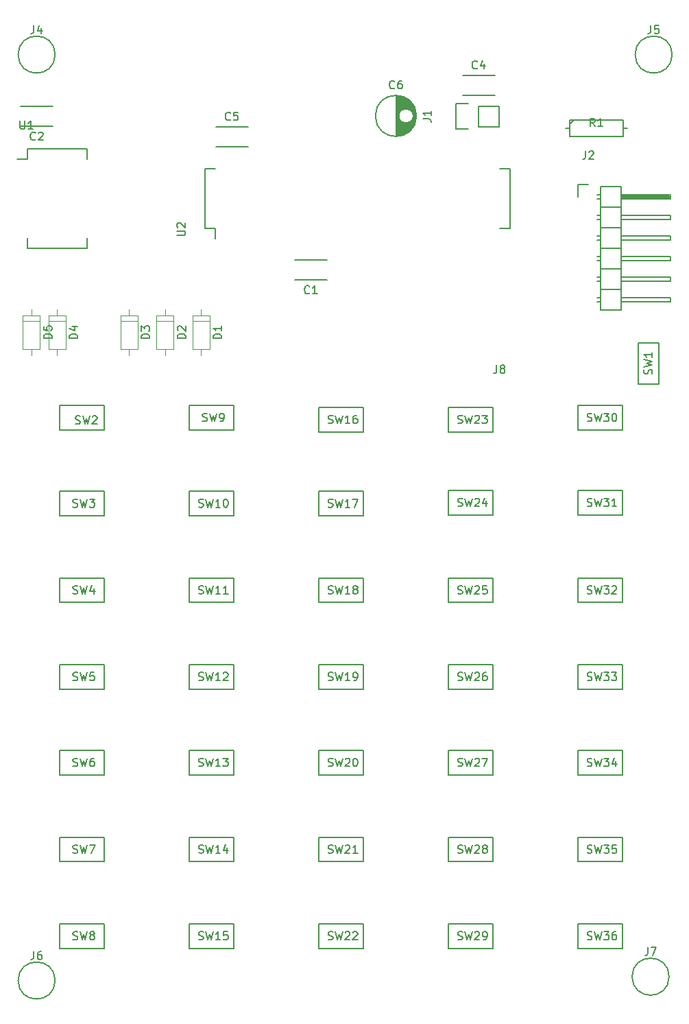
<source format=gbr>
G04 #@! TF.GenerationSoftware,KiCad,Pcbnew,(5.1.5)-3*
G04 #@! TF.CreationDate,2020-01-14T15:58:57+01:00*
G04 #@! TF.ProjectId,calculatrice,63616c63-756c-4617-9472-6963652e6b69,rev?*
G04 #@! TF.SameCoordinates,Original*
G04 #@! TF.FileFunction,Legend,Top*
G04 #@! TF.FilePolarity,Positive*
%FSLAX46Y46*%
G04 Gerber Fmt 4.6, Leading zero omitted, Abs format (unit mm)*
G04 Created by KiCad (PCBNEW (5.1.5)-3) date 2020-01-14 15:58:57*
%MOMM*%
%LPD*%
G04 APERTURE LIST*
%ADD10C,0.150000*%
%ADD11C,0.120000*%
G04 APERTURE END LIST*
D10*
X57785000Y-9525000D02*
X60325000Y-9525000D01*
X54965000Y-9245000D02*
X56515000Y-9245000D01*
X57785000Y-9525000D02*
X57785000Y-12065000D01*
X56515000Y-12345000D02*
X54965000Y-12345000D01*
X54965000Y-12345000D02*
X54965000Y-9245000D01*
X57785000Y-12065000D02*
X60325000Y-12065000D01*
X60325000Y-12065000D02*
X60325000Y-9525000D01*
X24000000Y-24610000D02*
X25270000Y-24610000D01*
X24000000Y-17260000D02*
X25270000Y-17260000D01*
X61610000Y-17260000D02*
X60340000Y-17260000D01*
X61610000Y-24610000D02*
X60340000Y-24610000D01*
X24000000Y-24610000D02*
X24000000Y-17260000D01*
X61610000Y-24610000D02*
X61610000Y-17260000D01*
X25270000Y-24610000D02*
X25270000Y-25895000D01*
X55765000Y-8235000D02*
X59765000Y-8235000D01*
X55765000Y-5735000D02*
X59765000Y-5735000D01*
X5461000Y-117475000D02*
G75*
G03X5461000Y-117475000I-2286000J0D01*
G01*
X80010000Y-38735000D02*
X77470000Y-38735000D01*
X77470000Y-43815000D02*
X80010000Y-43815000D01*
X80010000Y-38735000D02*
X80010000Y-43815000D01*
X77470000Y-38735000D02*
X77470000Y-43815000D01*
X2040000Y-14850000D02*
X2040000Y-16120000D01*
X9390000Y-14850000D02*
X9390000Y-16120000D01*
X9390000Y-27060000D02*
X9390000Y-25790000D01*
X2040000Y-27060000D02*
X2040000Y-25790000D01*
X2040000Y-14850000D02*
X9390000Y-14850000D01*
X2040000Y-27060000D02*
X9390000Y-27060000D01*
X2040000Y-16120000D02*
X755000Y-16120000D01*
X39045000Y-30995000D02*
X35045000Y-30995000D01*
X39045000Y-28495000D02*
X35045000Y-28495000D01*
X5195000Y-9545000D02*
X1195000Y-9545000D01*
X5195000Y-12045000D02*
X1195000Y-12045000D01*
X25285000Y-12085000D02*
X29285000Y-12085000D01*
X25285000Y-14585000D02*
X29285000Y-14585000D01*
X47620000Y-8246000D02*
X47620000Y-13244000D01*
X47760000Y-8254000D02*
X47760000Y-13236000D01*
X47900000Y-8270000D02*
X47900000Y-10650000D01*
X47900000Y-10840000D02*
X47900000Y-13220000D01*
X48040000Y-8294000D02*
X48040000Y-10255000D01*
X48040000Y-11235000D02*
X48040000Y-13196000D01*
X48180000Y-8327000D02*
X48180000Y-10088000D01*
X48180000Y-11402000D02*
X48180000Y-13163000D01*
X48320000Y-8368000D02*
X48320000Y-9981000D01*
X48320000Y-11509000D02*
X48320000Y-13122000D01*
X48460000Y-8418000D02*
X48460000Y-9910000D01*
X48460000Y-11580000D02*
X48460000Y-13072000D01*
X48600000Y-8479000D02*
X48600000Y-9866000D01*
X48600000Y-11624000D02*
X48600000Y-13011000D01*
X48740000Y-8549000D02*
X48740000Y-9847000D01*
X48740000Y-11643000D02*
X48740000Y-12941000D01*
X48880000Y-8631000D02*
X48880000Y-9849000D01*
X48880000Y-11641000D02*
X48880000Y-12859000D01*
X49020000Y-8726000D02*
X49020000Y-9874000D01*
X49020000Y-11616000D02*
X49020000Y-12764000D01*
X49160000Y-8837000D02*
X49160000Y-9922000D01*
X49160000Y-11568000D02*
X49160000Y-12653000D01*
X49300000Y-8965000D02*
X49300000Y-10000000D01*
X49300000Y-11490000D02*
X49300000Y-12525000D01*
X49440000Y-9114000D02*
X49440000Y-10117000D01*
X49440000Y-11373000D02*
X49440000Y-12376000D01*
X49580000Y-9293000D02*
X49580000Y-10305000D01*
X49580000Y-11185000D02*
X49580000Y-12197000D01*
X49720000Y-9512000D02*
X49720000Y-11978000D01*
X49860000Y-9801000D02*
X49860000Y-11689000D01*
X50000000Y-10273000D02*
X50000000Y-11217000D01*
X49695000Y-10745000D02*
G75*
G03X49695000Y-10745000I-900000J0D01*
G01*
X50082500Y-10745000D02*
G75*
G03X50082500Y-10745000I-2537500J0D01*
G01*
X69995000Y-19195000D02*
X69995000Y-20745000D01*
X71295000Y-19195000D02*
X69995000Y-19195000D01*
X75486000Y-20618000D02*
X81328000Y-20618000D01*
X81328000Y-20618000D02*
X81328000Y-20872000D01*
X81328000Y-20872000D02*
X75486000Y-20872000D01*
X75486000Y-20872000D02*
X75486000Y-20745000D01*
X75486000Y-20745000D02*
X81328000Y-20745000D01*
X72819000Y-20491000D02*
X72438000Y-20491000D01*
X72819000Y-20999000D02*
X72438000Y-20999000D01*
X72819000Y-23031000D02*
X72438000Y-23031000D01*
X72819000Y-23539000D02*
X72438000Y-23539000D01*
X72819000Y-25571000D02*
X72438000Y-25571000D01*
X72819000Y-26079000D02*
X72438000Y-26079000D01*
X72819000Y-33699000D02*
X72438000Y-33699000D01*
X72819000Y-33191000D02*
X72438000Y-33191000D01*
X72819000Y-31159000D02*
X72438000Y-31159000D01*
X72819000Y-30651000D02*
X72438000Y-30651000D01*
X72819000Y-28619000D02*
X72438000Y-28619000D01*
X72819000Y-28111000D02*
X72438000Y-28111000D01*
X72819000Y-19475000D02*
X75359000Y-19475000D01*
X72819000Y-22015000D02*
X75359000Y-22015000D01*
X72819000Y-22015000D02*
X72819000Y-24555000D01*
X72819000Y-24555000D02*
X75359000Y-24555000D01*
X75359000Y-23031000D02*
X81455000Y-23031000D01*
X81455000Y-23031000D02*
X81455000Y-23539000D01*
X81455000Y-23539000D02*
X75359000Y-23539000D01*
X75359000Y-24555000D02*
X75359000Y-22015000D01*
X75359000Y-22015000D02*
X75359000Y-19475000D01*
X81455000Y-20999000D02*
X75359000Y-20999000D01*
X81455000Y-20491000D02*
X81455000Y-20999000D01*
X75359000Y-20491000D02*
X81455000Y-20491000D01*
X72819000Y-22015000D02*
X75359000Y-22015000D01*
X72819000Y-19475000D02*
X72819000Y-22015000D01*
X72819000Y-29635000D02*
X75359000Y-29635000D01*
X72819000Y-29635000D02*
X72819000Y-32175000D01*
X72819000Y-32175000D02*
X75359000Y-32175000D01*
X75359000Y-30651000D02*
X81455000Y-30651000D01*
X81455000Y-30651000D02*
X81455000Y-31159000D01*
X81455000Y-31159000D02*
X75359000Y-31159000D01*
X75359000Y-32175000D02*
X75359000Y-29635000D01*
X75359000Y-34715000D02*
X75359000Y-32175000D01*
X81455000Y-33699000D02*
X75359000Y-33699000D01*
X81455000Y-33191000D02*
X81455000Y-33699000D01*
X75359000Y-33191000D02*
X81455000Y-33191000D01*
X72819000Y-34715000D02*
X75359000Y-34715000D01*
X72819000Y-32175000D02*
X72819000Y-34715000D01*
X72819000Y-32175000D02*
X75359000Y-32175000D01*
X72819000Y-27095000D02*
X75359000Y-27095000D01*
X72819000Y-27095000D02*
X72819000Y-29635000D01*
X72819000Y-29635000D02*
X75359000Y-29635000D01*
X75359000Y-28111000D02*
X81455000Y-28111000D01*
X81455000Y-28111000D02*
X81455000Y-28619000D01*
X81455000Y-28619000D02*
X75359000Y-28619000D01*
X75359000Y-29635000D02*
X75359000Y-27095000D01*
X75359000Y-27095000D02*
X75359000Y-24555000D01*
X81455000Y-26079000D02*
X75359000Y-26079000D01*
X81455000Y-25571000D02*
X81455000Y-26079000D01*
X75359000Y-25571000D02*
X81455000Y-25571000D01*
X72819000Y-27095000D02*
X75359000Y-27095000D01*
X72819000Y-24555000D02*
X72819000Y-27095000D01*
X72819000Y-24555000D02*
X75359000Y-24555000D01*
X68475000Y-12241000D02*
X68983000Y-12241000D01*
X76095000Y-12241000D02*
X75587000Y-12241000D01*
X75587000Y-12241000D02*
X75587000Y-11225000D01*
X75587000Y-11225000D02*
X68983000Y-11225000D01*
X68983000Y-11225000D02*
X68983000Y-13257000D01*
X68983000Y-13257000D02*
X75587000Y-13257000D01*
X75587000Y-13257000D02*
X75587000Y-12241000D01*
X68983000Y-11733000D02*
X69491000Y-11225000D01*
X5461000Y-3175000D02*
G75*
G03X5461000Y-3175000I-2286000J0D01*
G01*
X81661000Y-3175000D02*
G75*
G03X81661000Y-3175000I-2286000J0D01*
G01*
X81286000Y-117000000D02*
G75*
G03X81286000Y-117000000I-2286000J0D01*
G01*
X6000000Y-48000000D02*
X6000000Y-46500000D01*
X6000000Y-46500000D02*
X11500000Y-46500000D01*
X11500000Y-46500000D02*
X11500000Y-49500000D01*
X11500000Y-49500000D02*
X6000000Y-49500000D01*
X6000000Y-49500000D02*
X6000000Y-48000000D01*
X6000000Y-60100000D02*
X6000000Y-58600000D01*
X11500000Y-60100000D02*
X6000000Y-60100000D01*
X11500000Y-57100000D02*
X11500000Y-60100000D01*
X6000000Y-57100000D02*
X11500000Y-57100000D01*
X6000000Y-58600000D02*
X6000000Y-57100000D01*
X6000000Y-69300000D02*
X6000000Y-67800000D01*
X6000000Y-67800000D02*
X11500000Y-67800000D01*
X11500000Y-67800000D02*
X11500000Y-70800000D01*
X11500000Y-70800000D02*
X6000000Y-70800000D01*
X6000000Y-70800000D02*
X6000000Y-69300000D01*
X6000000Y-81500000D02*
X6000000Y-80000000D01*
X11500000Y-81500000D02*
X6000000Y-81500000D01*
X11500000Y-78500000D02*
X11500000Y-81500000D01*
X6000000Y-78500000D02*
X11500000Y-78500000D01*
X6000000Y-80000000D02*
X6000000Y-78500000D01*
X6000000Y-92100000D02*
X6000000Y-90600000D01*
X11500000Y-92100000D02*
X6000000Y-92100000D01*
X11500000Y-89100000D02*
X11500000Y-92100000D01*
X6000000Y-89100000D02*
X11500000Y-89100000D01*
X6000000Y-90600000D02*
X6000000Y-89100000D01*
X6000000Y-101300000D02*
X6000000Y-99800000D01*
X6000000Y-99800000D02*
X11500000Y-99800000D01*
X11500000Y-99800000D02*
X11500000Y-102800000D01*
X11500000Y-102800000D02*
X6000000Y-102800000D01*
X6000000Y-102800000D02*
X6000000Y-101300000D01*
X6000000Y-112000000D02*
X6000000Y-110500000D01*
X6000000Y-110500000D02*
X11500000Y-110500000D01*
X11500000Y-110500000D02*
X11500000Y-113500000D01*
X11500000Y-113500000D02*
X6000000Y-113500000D01*
X6000000Y-113500000D02*
X6000000Y-112000000D01*
X22000000Y-49500000D02*
X22000000Y-48000000D01*
X27500000Y-49500000D02*
X22000000Y-49500000D01*
X27500000Y-46500000D02*
X27500000Y-49500000D01*
X22000000Y-46500000D02*
X27500000Y-46500000D01*
X22000000Y-48000000D02*
X22000000Y-46500000D01*
X22000000Y-58600000D02*
X22000000Y-57100000D01*
X22000000Y-57100000D02*
X27500000Y-57100000D01*
X27500000Y-57100000D02*
X27500000Y-60100000D01*
X27500000Y-60100000D02*
X22000000Y-60100000D01*
X22000000Y-60100000D02*
X22000000Y-58600000D01*
X22000000Y-70800000D02*
X22000000Y-69300000D01*
X27500000Y-70800000D02*
X22000000Y-70800000D01*
X27500000Y-67800000D02*
X27500000Y-70800000D01*
X22000000Y-67800000D02*
X27500000Y-67800000D01*
X22000000Y-69300000D02*
X22000000Y-67800000D01*
X22000000Y-80000000D02*
X22000000Y-78500000D01*
X22000000Y-78500000D02*
X27500000Y-78500000D01*
X27500000Y-78500000D02*
X27500000Y-81500000D01*
X27500000Y-81500000D02*
X22000000Y-81500000D01*
X22000000Y-81500000D02*
X22000000Y-80000000D01*
X22000000Y-90600000D02*
X22000000Y-89100000D01*
X22000000Y-89100000D02*
X27500000Y-89100000D01*
X27500000Y-89100000D02*
X27500000Y-92100000D01*
X27500000Y-92100000D02*
X22000000Y-92100000D01*
X22000000Y-92100000D02*
X22000000Y-90600000D01*
X22000000Y-102800000D02*
X22000000Y-101300000D01*
X27500000Y-102800000D02*
X22000000Y-102800000D01*
X27500000Y-99800000D02*
X27500000Y-102800000D01*
X22000000Y-99800000D02*
X27500000Y-99800000D01*
X22000000Y-101300000D02*
X22000000Y-99800000D01*
X22000000Y-113500000D02*
X22000000Y-112000000D01*
X27500000Y-113500000D02*
X22000000Y-113500000D01*
X27500000Y-110500000D02*
X27500000Y-113500000D01*
X22000000Y-110500000D02*
X27500000Y-110500000D01*
X22000000Y-112000000D02*
X22000000Y-110500000D01*
X38000000Y-48260000D02*
X38000000Y-46760000D01*
X38000000Y-46760000D02*
X43500000Y-46760000D01*
X43500000Y-46760000D02*
X43500000Y-49760000D01*
X43500000Y-49760000D02*
X38000000Y-49760000D01*
X38000000Y-49760000D02*
X38000000Y-48260000D01*
X38000000Y-60100000D02*
X38000000Y-58600000D01*
X43500000Y-60100000D02*
X38000000Y-60100000D01*
X43500000Y-57100000D02*
X43500000Y-60100000D01*
X38000000Y-57100000D02*
X43500000Y-57100000D01*
X38000000Y-58600000D02*
X38000000Y-57100000D01*
X38000000Y-69300000D02*
X38000000Y-67800000D01*
X38000000Y-67800000D02*
X43500000Y-67800000D01*
X43500000Y-67800000D02*
X43500000Y-70800000D01*
X43500000Y-70800000D02*
X38000000Y-70800000D01*
X38000000Y-70800000D02*
X38000000Y-69300000D01*
X38000000Y-81500000D02*
X38000000Y-80000000D01*
X43500000Y-81500000D02*
X38000000Y-81500000D01*
X43500000Y-78500000D02*
X43500000Y-81500000D01*
X38000000Y-78500000D02*
X43500000Y-78500000D01*
X38000000Y-80000000D02*
X38000000Y-78500000D01*
X38000000Y-92100000D02*
X38000000Y-90600000D01*
X43500000Y-92100000D02*
X38000000Y-92100000D01*
X43500000Y-89100000D02*
X43500000Y-92100000D01*
X38000000Y-89100000D02*
X43500000Y-89100000D01*
X38000000Y-90600000D02*
X38000000Y-89100000D01*
X38000000Y-102800000D02*
X38000000Y-101300000D01*
X43500000Y-102800000D02*
X38000000Y-102800000D01*
X43500000Y-99800000D02*
X43500000Y-102800000D01*
X38000000Y-99800000D02*
X43500000Y-99800000D01*
X38000000Y-101300000D02*
X38000000Y-99800000D01*
X38000000Y-112000000D02*
X38000000Y-110500000D01*
X38000000Y-110500000D02*
X43500000Y-110500000D01*
X43500000Y-110500000D02*
X43500000Y-113500000D01*
X43500000Y-113500000D02*
X38000000Y-113500000D01*
X38000000Y-113500000D02*
X38000000Y-112000000D01*
X54000000Y-49760000D02*
X54000000Y-48260000D01*
X59500000Y-49760000D02*
X54000000Y-49760000D01*
X59500000Y-46760000D02*
X59500000Y-49760000D01*
X54000000Y-46760000D02*
X59500000Y-46760000D01*
X54000000Y-48260000D02*
X54000000Y-46760000D01*
X54000000Y-58500000D02*
X54000000Y-57000000D01*
X54000000Y-57000000D02*
X59500000Y-57000000D01*
X59500000Y-57000000D02*
X59500000Y-60000000D01*
X59500000Y-60000000D02*
X54000000Y-60000000D01*
X54000000Y-60000000D02*
X54000000Y-58500000D01*
X54000000Y-70800000D02*
X54000000Y-69300000D01*
X59500000Y-70800000D02*
X54000000Y-70800000D01*
X59500000Y-67800000D02*
X59500000Y-70800000D01*
X54000000Y-67800000D02*
X59500000Y-67800000D01*
X54000000Y-69300000D02*
X54000000Y-67800000D01*
X54000000Y-80000000D02*
X54000000Y-78500000D01*
X54000000Y-78500000D02*
X59500000Y-78500000D01*
X59500000Y-78500000D02*
X59500000Y-81500000D01*
X59500000Y-81500000D02*
X54000000Y-81500000D01*
X54000000Y-81500000D02*
X54000000Y-80000000D01*
X54000000Y-90600000D02*
X54000000Y-89100000D01*
X54000000Y-89100000D02*
X59500000Y-89100000D01*
X59500000Y-89100000D02*
X59500000Y-92100000D01*
X59500000Y-92100000D02*
X54000000Y-92100000D01*
X54000000Y-92100000D02*
X54000000Y-90600000D01*
X54000000Y-101300000D02*
X54000000Y-99800000D01*
X54000000Y-99800000D02*
X59500000Y-99800000D01*
X59500000Y-99800000D02*
X59500000Y-102800000D01*
X59500000Y-102800000D02*
X54000000Y-102800000D01*
X54000000Y-102800000D02*
X54000000Y-101300000D01*
X54000000Y-113500000D02*
X54000000Y-112000000D01*
X59500000Y-113500000D02*
X54000000Y-113500000D01*
X59500000Y-110500000D02*
X59500000Y-113500000D01*
X54000000Y-110500000D02*
X59500000Y-110500000D01*
X54000000Y-112000000D02*
X54000000Y-110500000D01*
X70000000Y-48000000D02*
X70000000Y-46500000D01*
X70000000Y-46500000D02*
X75500000Y-46500000D01*
X75500000Y-46500000D02*
X75500000Y-49500000D01*
X75500000Y-49500000D02*
X70000000Y-49500000D01*
X70000000Y-49500000D02*
X70000000Y-48000000D01*
X70000000Y-60000000D02*
X70000000Y-58500000D01*
X75500000Y-60000000D02*
X70000000Y-60000000D01*
X75500000Y-57000000D02*
X75500000Y-60000000D01*
X70000000Y-57000000D02*
X75500000Y-57000000D01*
X70000000Y-58500000D02*
X70000000Y-57000000D01*
X70000000Y-69300000D02*
X70000000Y-67800000D01*
X70000000Y-67800000D02*
X75500000Y-67800000D01*
X75500000Y-67800000D02*
X75500000Y-70800000D01*
X75500000Y-70800000D02*
X70000000Y-70800000D01*
X70000000Y-70800000D02*
X70000000Y-69300000D01*
X70000000Y-80000000D02*
X70000000Y-78500000D01*
X70000000Y-78500000D02*
X75500000Y-78500000D01*
X75500000Y-78500000D02*
X75500000Y-81500000D01*
X75500000Y-81500000D02*
X70000000Y-81500000D01*
X70000000Y-81500000D02*
X70000000Y-80000000D01*
X70000000Y-92100000D02*
X70000000Y-90600000D01*
X75500000Y-92100000D02*
X70000000Y-92100000D01*
X75500000Y-89100000D02*
X75500000Y-92100000D01*
X70000000Y-89100000D02*
X75500000Y-89100000D01*
X70000000Y-90600000D02*
X70000000Y-89100000D01*
X70000000Y-102800000D02*
X70000000Y-101300000D01*
X75500000Y-102800000D02*
X70000000Y-102800000D01*
X75500000Y-99800000D02*
X75500000Y-102800000D01*
X70000000Y-99800000D02*
X75500000Y-99800000D01*
X70000000Y-101300000D02*
X70000000Y-99800000D01*
X70000000Y-112000000D02*
X70000000Y-110500000D01*
X70000000Y-110500000D02*
X75500000Y-110500000D01*
X75500000Y-110500000D02*
X75500000Y-113500000D01*
X75500000Y-113500000D02*
X70000000Y-113500000D01*
X70000000Y-113500000D02*
X70000000Y-112000000D01*
D11*
X24555000Y-35405000D02*
X22435000Y-35405000D01*
X22435000Y-35405000D02*
X22435000Y-39525000D01*
X22435000Y-39525000D02*
X24555000Y-39525000D01*
X24555000Y-39525000D02*
X24555000Y-35405000D01*
X23495000Y-34635000D02*
X23495000Y-35405000D01*
X23495000Y-40295000D02*
X23495000Y-39525000D01*
X24555000Y-36065000D02*
X22435000Y-36065000D01*
X20110000Y-36065000D02*
X17990000Y-36065000D01*
X19050000Y-40295000D02*
X19050000Y-39525000D01*
X19050000Y-34635000D02*
X19050000Y-35405000D01*
X20110000Y-39525000D02*
X20110000Y-35405000D01*
X17990000Y-39525000D02*
X20110000Y-39525000D01*
X17990000Y-35405000D02*
X17990000Y-39525000D01*
X20110000Y-35405000D02*
X17990000Y-35405000D01*
X15665000Y-36065000D02*
X13545000Y-36065000D01*
X14605000Y-40295000D02*
X14605000Y-39525000D01*
X14605000Y-34635000D02*
X14605000Y-35405000D01*
X15665000Y-39525000D02*
X15665000Y-35405000D01*
X13545000Y-39525000D02*
X15665000Y-39525000D01*
X13545000Y-35405000D02*
X13545000Y-39525000D01*
X15665000Y-35405000D02*
X13545000Y-35405000D01*
X6775000Y-35405000D02*
X4655000Y-35405000D01*
X4655000Y-35405000D02*
X4655000Y-39525000D01*
X4655000Y-39525000D02*
X6775000Y-39525000D01*
X6775000Y-39525000D02*
X6775000Y-35405000D01*
X5715000Y-34635000D02*
X5715000Y-35405000D01*
X5715000Y-40295000D02*
X5715000Y-39525000D01*
X6775000Y-36065000D02*
X4655000Y-36065000D01*
X3600000Y-36065000D02*
X1480000Y-36065000D01*
X2540000Y-40295000D02*
X2540000Y-39525000D01*
X2540000Y-34635000D02*
X2540000Y-35405000D01*
X3600000Y-39525000D02*
X3600000Y-35405000D01*
X1480000Y-39525000D02*
X3600000Y-39525000D01*
X1480000Y-35405000D02*
X1480000Y-39525000D01*
X3600000Y-35405000D02*
X1480000Y-35405000D01*
D10*
X50867380Y-11128333D02*
X51581666Y-11128333D01*
X51724523Y-11175952D01*
X51819761Y-11271190D01*
X51867380Y-11414047D01*
X51867380Y-11509285D01*
X51867380Y-10128333D02*
X51867380Y-10699761D01*
X51867380Y-10414047D02*
X50867380Y-10414047D01*
X51010238Y-10509285D01*
X51105476Y-10604523D01*
X51153095Y-10699761D01*
X20527380Y-25506904D02*
X21336904Y-25506904D01*
X21432142Y-25459285D01*
X21479761Y-25411666D01*
X21527380Y-25316428D01*
X21527380Y-25125952D01*
X21479761Y-25030714D01*
X21432142Y-24983095D01*
X21336904Y-24935476D01*
X20527380Y-24935476D01*
X20622619Y-24506904D02*
X20575000Y-24459285D01*
X20527380Y-24364047D01*
X20527380Y-24125952D01*
X20575000Y-24030714D01*
X20622619Y-23983095D01*
X20717857Y-23935476D01*
X20813095Y-23935476D01*
X20955952Y-23983095D01*
X21527380Y-24554523D01*
X21527380Y-23935476D01*
X57598333Y-4842142D02*
X57550714Y-4889761D01*
X57407857Y-4937380D01*
X57312619Y-4937380D01*
X57169761Y-4889761D01*
X57074523Y-4794523D01*
X57026904Y-4699285D01*
X56979285Y-4508809D01*
X56979285Y-4365952D01*
X57026904Y-4175476D01*
X57074523Y-4080238D01*
X57169761Y-3985000D01*
X57312619Y-3937380D01*
X57407857Y-3937380D01*
X57550714Y-3985000D01*
X57598333Y-4032619D01*
X58455476Y-4270714D02*
X58455476Y-4937380D01*
X58217380Y-3889761D02*
X57979285Y-4604047D01*
X58598333Y-4604047D01*
X2841666Y-113879380D02*
X2841666Y-114593666D01*
X2794047Y-114736523D01*
X2698809Y-114831761D01*
X2555952Y-114879380D01*
X2460714Y-114879380D01*
X3746428Y-113879380D02*
X3555952Y-113879380D01*
X3460714Y-113927000D01*
X3413095Y-113974619D01*
X3317857Y-114117476D01*
X3270238Y-114307952D01*
X3270238Y-114688904D01*
X3317857Y-114784142D01*
X3365476Y-114831761D01*
X3460714Y-114879380D01*
X3651190Y-114879380D01*
X3746428Y-114831761D01*
X3794047Y-114784142D01*
X3841666Y-114688904D01*
X3841666Y-114450809D01*
X3794047Y-114355571D01*
X3746428Y-114307952D01*
X3651190Y-114260333D01*
X3460714Y-114260333D01*
X3365476Y-114307952D01*
X3317857Y-114355571D01*
X3270238Y-114450809D01*
X59991666Y-41517380D02*
X59991666Y-42231666D01*
X59944047Y-42374523D01*
X59848809Y-42469761D01*
X59705952Y-42517380D01*
X59610714Y-42517380D01*
X60610714Y-41945952D02*
X60515476Y-41898333D01*
X60467857Y-41850714D01*
X60420238Y-41755476D01*
X60420238Y-41707857D01*
X60467857Y-41612619D01*
X60515476Y-41565000D01*
X60610714Y-41517380D01*
X60801190Y-41517380D01*
X60896428Y-41565000D01*
X60944047Y-41612619D01*
X60991666Y-41707857D01*
X60991666Y-41755476D01*
X60944047Y-41850714D01*
X60896428Y-41898333D01*
X60801190Y-41945952D01*
X60610714Y-41945952D01*
X60515476Y-41993571D01*
X60467857Y-42041190D01*
X60420238Y-42136428D01*
X60420238Y-42326904D01*
X60467857Y-42422142D01*
X60515476Y-42469761D01*
X60610714Y-42517380D01*
X60801190Y-42517380D01*
X60896428Y-42469761D01*
X60944047Y-42422142D01*
X60991666Y-42326904D01*
X60991666Y-42136428D01*
X60944047Y-42041190D01*
X60896428Y-41993571D01*
X60801190Y-41945952D01*
X79144761Y-42608333D02*
X79192380Y-42465476D01*
X79192380Y-42227380D01*
X79144761Y-42132142D01*
X79097142Y-42084523D01*
X79001904Y-42036904D01*
X78906666Y-42036904D01*
X78811428Y-42084523D01*
X78763809Y-42132142D01*
X78716190Y-42227380D01*
X78668571Y-42417857D01*
X78620952Y-42513095D01*
X78573333Y-42560714D01*
X78478095Y-42608333D01*
X78382857Y-42608333D01*
X78287619Y-42560714D01*
X78240000Y-42513095D01*
X78192380Y-42417857D01*
X78192380Y-42179761D01*
X78240000Y-42036904D01*
X78192380Y-41703571D02*
X79192380Y-41465476D01*
X78478095Y-41275000D01*
X79192380Y-41084523D01*
X78192380Y-40846428D01*
X79192380Y-39941666D02*
X79192380Y-40513095D01*
X79192380Y-40227380D02*
X78192380Y-40227380D01*
X78335238Y-40322619D01*
X78430476Y-40417857D01*
X78478095Y-40513095D01*
X1143095Y-11377380D02*
X1143095Y-12186904D01*
X1190714Y-12282142D01*
X1238333Y-12329761D01*
X1333571Y-12377380D01*
X1524047Y-12377380D01*
X1619285Y-12329761D01*
X1666904Y-12282142D01*
X1714523Y-12186904D01*
X1714523Y-11377380D01*
X2714523Y-12377380D02*
X2143095Y-12377380D01*
X2428809Y-12377380D02*
X2428809Y-11377380D01*
X2333571Y-11520238D01*
X2238333Y-11615476D01*
X2143095Y-11663095D01*
X36878333Y-32602142D02*
X36830714Y-32649761D01*
X36687857Y-32697380D01*
X36592619Y-32697380D01*
X36449761Y-32649761D01*
X36354523Y-32554523D01*
X36306904Y-32459285D01*
X36259285Y-32268809D01*
X36259285Y-32125952D01*
X36306904Y-31935476D01*
X36354523Y-31840238D01*
X36449761Y-31745000D01*
X36592619Y-31697380D01*
X36687857Y-31697380D01*
X36830714Y-31745000D01*
X36878333Y-31792619D01*
X37830714Y-32697380D02*
X37259285Y-32697380D01*
X37545000Y-32697380D02*
X37545000Y-31697380D01*
X37449761Y-31840238D01*
X37354523Y-31935476D01*
X37259285Y-31983095D01*
X3028333Y-13652142D02*
X2980714Y-13699761D01*
X2837857Y-13747380D01*
X2742619Y-13747380D01*
X2599761Y-13699761D01*
X2504523Y-13604523D01*
X2456904Y-13509285D01*
X2409285Y-13318809D01*
X2409285Y-13175952D01*
X2456904Y-12985476D01*
X2504523Y-12890238D01*
X2599761Y-12795000D01*
X2742619Y-12747380D01*
X2837857Y-12747380D01*
X2980714Y-12795000D01*
X3028333Y-12842619D01*
X3409285Y-12842619D02*
X3456904Y-12795000D01*
X3552142Y-12747380D01*
X3790238Y-12747380D01*
X3885476Y-12795000D01*
X3933095Y-12842619D01*
X3980714Y-12937857D01*
X3980714Y-13033095D01*
X3933095Y-13175952D01*
X3361666Y-13747380D01*
X3980714Y-13747380D01*
X27118333Y-11192142D02*
X27070714Y-11239761D01*
X26927857Y-11287380D01*
X26832619Y-11287380D01*
X26689761Y-11239761D01*
X26594523Y-11144523D01*
X26546904Y-11049285D01*
X26499285Y-10858809D01*
X26499285Y-10715952D01*
X26546904Y-10525476D01*
X26594523Y-10430238D01*
X26689761Y-10335000D01*
X26832619Y-10287380D01*
X26927857Y-10287380D01*
X27070714Y-10335000D01*
X27118333Y-10382619D01*
X28023095Y-10287380D02*
X27546904Y-10287380D01*
X27499285Y-10763571D01*
X27546904Y-10715952D01*
X27642142Y-10668333D01*
X27880238Y-10668333D01*
X27975476Y-10715952D01*
X28023095Y-10763571D01*
X28070714Y-10858809D01*
X28070714Y-11096904D01*
X28023095Y-11192142D01*
X27975476Y-11239761D01*
X27880238Y-11287380D01*
X27642142Y-11287380D01*
X27546904Y-11239761D01*
X27499285Y-11192142D01*
X47378333Y-7302142D02*
X47330714Y-7349761D01*
X47187857Y-7397380D01*
X47092619Y-7397380D01*
X46949761Y-7349761D01*
X46854523Y-7254523D01*
X46806904Y-7159285D01*
X46759285Y-6968809D01*
X46759285Y-6825952D01*
X46806904Y-6635476D01*
X46854523Y-6540238D01*
X46949761Y-6445000D01*
X47092619Y-6397380D01*
X47187857Y-6397380D01*
X47330714Y-6445000D01*
X47378333Y-6492619D01*
X48235476Y-6397380D02*
X48045000Y-6397380D01*
X47949761Y-6445000D01*
X47902142Y-6492619D01*
X47806904Y-6635476D01*
X47759285Y-6825952D01*
X47759285Y-7206904D01*
X47806904Y-7302142D01*
X47854523Y-7349761D01*
X47949761Y-7397380D01*
X48140238Y-7397380D01*
X48235476Y-7349761D01*
X48283095Y-7302142D01*
X48330714Y-7206904D01*
X48330714Y-6968809D01*
X48283095Y-6873571D01*
X48235476Y-6825952D01*
X48140238Y-6778333D01*
X47949761Y-6778333D01*
X47854523Y-6825952D01*
X47806904Y-6873571D01*
X47759285Y-6968809D01*
X70961666Y-15097380D02*
X70961666Y-15811666D01*
X70914047Y-15954523D01*
X70818809Y-16049761D01*
X70675952Y-16097380D01*
X70580714Y-16097380D01*
X71390238Y-15192619D02*
X71437857Y-15145000D01*
X71533095Y-15097380D01*
X71771190Y-15097380D01*
X71866428Y-15145000D01*
X71914047Y-15192619D01*
X71961666Y-15287857D01*
X71961666Y-15383095D01*
X71914047Y-15525952D01*
X71342619Y-16097380D01*
X71961666Y-16097380D01*
X72118333Y-12058380D02*
X71785000Y-11582190D01*
X71546904Y-12058380D02*
X71546904Y-11058380D01*
X71927857Y-11058380D01*
X72023095Y-11106000D01*
X72070714Y-11153619D01*
X72118333Y-11248857D01*
X72118333Y-11391714D01*
X72070714Y-11486952D01*
X72023095Y-11534571D01*
X71927857Y-11582190D01*
X71546904Y-11582190D01*
X73070714Y-12058380D02*
X72499285Y-12058380D01*
X72785000Y-12058380D02*
X72785000Y-11058380D01*
X72689761Y-11201238D01*
X72594523Y-11296476D01*
X72499285Y-11344095D01*
X2841666Y420619D02*
X2841666Y-293666D01*
X2794047Y-436523D01*
X2698809Y-531761D01*
X2555952Y-579380D01*
X2460714Y-579380D01*
X3746428Y87285D02*
X3746428Y-579380D01*
X3508333Y468238D02*
X3270238Y-246047D01*
X3889285Y-246047D01*
X79041666Y420619D02*
X79041666Y-293666D01*
X78994047Y-436523D01*
X78898809Y-531761D01*
X78755952Y-579380D01*
X78660714Y-579380D01*
X79994047Y420619D02*
X79517857Y420619D01*
X79470238Y-55571D01*
X79517857Y-7952D01*
X79613095Y39666D01*
X79851190Y39666D01*
X79946428Y-7952D01*
X79994047Y-55571D01*
X80041666Y-150809D01*
X80041666Y-388904D01*
X79994047Y-484142D01*
X79946428Y-531761D01*
X79851190Y-579380D01*
X79613095Y-579380D01*
X79517857Y-531761D01*
X79470238Y-484142D01*
X78666666Y-113404380D02*
X78666666Y-114118666D01*
X78619047Y-114261523D01*
X78523809Y-114356761D01*
X78380952Y-114404380D01*
X78285714Y-114404380D01*
X79047619Y-113404380D02*
X79714285Y-113404380D01*
X79285714Y-114404380D01*
X7976666Y-48734760D02*
X8119523Y-48782379D01*
X8357619Y-48782379D01*
X8452857Y-48734760D01*
X8500476Y-48687141D01*
X8548095Y-48591903D01*
X8548095Y-48496665D01*
X8500476Y-48401427D01*
X8452857Y-48353808D01*
X8357619Y-48306189D01*
X8167142Y-48258570D01*
X8071904Y-48210951D01*
X8024285Y-48163332D01*
X7976666Y-48068094D01*
X7976666Y-47972856D01*
X8024285Y-47877618D01*
X8071904Y-47829999D01*
X8167142Y-47782379D01*
X8405238Y-47782379D01*
X8548095Y-47829999D01*
X8881428Y-47782379D02*
X9119523Y-48782379D01*
X9310000Y-48068094D01*
X9500476Y-48782379D01*
X9738571Y-47782379D01*
X10071904Y-47877618D02*
X10119523Y-47829999D01*
X10214761Y-47782379D01*
X10452857Y-47782379D01*
X10548095Y-47829999D01*
X10595714Y-47877618D01*
X10643333Y-47972856D01*
X10643333Y-48068094D01*
X10595714Y-48210951D01*
X10024285Y-48782379D01*
X10643333Y-48782379D01*
X7666666Y-59004761D02*
X7809523Y-59052380D01*
X8047619Y-59052380D01*
X8142857Y-59004761D01*
X8190476Y-58957142D01*
X8238095Y-58861904D01*
X8238095Y-58766666D01*
X8190476Y-58671428D01*
X8142857Y-58623809D01*
X8047619Y-58576190D01*
X7857142Y-58528571D01*
X7761904Y-58480952D01*
X7714285Y-58433333D01*
X7666666Y-58338095D01*
X7666666Y-58242857D01*
X7714285Y-58147619D01*
X7761904Y-58100000D01*
X7857142Y-58052380D01*
X8095238Y-58052380D01*
X8238095Y-58100000D01*
X8571428Y-58052380D02*
X8809523Y-59052380D01*
X9000000Y-58338095D01*
X9190476Y-59052380D01*
X9428571Y-58052380D01*
X9714285Y-58052380D02*
X10333333Y-58052380D01*
X10000000Y-58433333D01*
X10142857Y-58433333D01*
X10238095Y-58480952D01*
X10285714Y-58528571D01*
X10333333Y-58623809D01*
X10333333Y-58861904D01*
X10285714Y-58957142D01*
X10238095Y-59004761D01*
X10142857Y-59052380D01*
X9857142Y-59052380D01*
X9761904Y-59004761D01*
X9714285Y-58957142D01*
X7666666Y-69694760D02*
X7809523Y-69742379D01*
X8047619Y-69742379D01*
X8142857Y-69694760D01*
X8190476Y-69647141D01*
X8238095Y-69551903D01*
X8238095Y-69456665D01*
X8190476Y-69361427D01*
X8142857Y-69313808D01*
X8047619Y-69266189D01*
X7857142Y-69218570D01*
X7761904Y-69170951D01*
X7714285Y-69123332D01*
X7666666Y-69028094D01*
X7666666Y-68932856D01*
X7714285Y-68837618D01*
X7761904Y-68789999D01*
X7857142Y-68742379D01*
X8095238Y-68742379D01*
X8238095Y-68789999D01*
X8571428Y-68742379D02*
X8809523Y-69742379D01*
X9000000Y-69028094D01*
X9190476Y-69742379D01*
X9428571Y-68742379D01*
X10238095Y-69075713D02*
X10238095Y-69742379D01*
X10000000Y-68694760D02*
X9761904Y-69409046D01*
X10380952Y-69409046D01*
X7666666Y-80404761D02*
X7809523Y-80452380D01*
X8047619Y-80452380D01*
X8142857Y-80404761D01*
X8190476Y-80357142D01*
X8238095Y-80261904D01*
X8238095Y-80166666D01*
X8190476Y-80071428D01*
X8142857Y-80023809D01*
X8047619Y-79976190D01*
X7857142Y-79928571D01*
X7761904Y-79880952D01*
X7714285Y-79833333D01*
X7666666Y-79738095D01*
X7666666Y-79642857D01*
X7714285Y-79547619D01*
X7761904Y-79500000D01*
X7857142Y-79452380D01*
X8095238Y-79452380D01*
X8238095Y-79500000D01*
X8571428Y-79452380D02*
X8809523Y-80452380D01*
X9000000Y-79738095D01*
X9190476Y-80452380D01*
X9428571Y-79452380D01*
X10285714Y-79452380D02*
X9809523Y-79452380D01*
X9761904Y-79928571D01*
X9809523Y-79880952D01*
X9904761Y-79833333D01*
X10142857Y-79833333D01*
X10238095Y-79880952D01*
X10285714Y-79928571D01*
X10333333Y-80023809D01*
X10333333Y-80261904D01*
X10285714Y-80357142D01*
X10238095Y-80404761D01*
X10142857Y-80452380D01*
X9904761Y-80452380D01*
X9809523Y-80404761D01*
X9761904Y-80357142D01*
X7666666Y-91004761D02*
X7809523Y-91052380D01*
X8047619Y-91052380D01*
X8142857Y-91004761D01*
X8190476Y-90957142D01*
X8238095Y-90861904D01*
X8238095Y-90766666D01*
X8190476Y-90671428D01*
X8142857Y-90623809D01*
X8047619Y-90576190D01*
X7857142Y-90528571D01*
X7761904Y-90480952D01*
X7714285Y-90433333D01*
X7666666Y-90338095D01*
X7666666Y-90242857D01*
X7714285Y-90147619D01*
X7761904Y-90100000D01*
X7857142Y-90052380D01*
X8095238Y-90052380D01*
X8238095Y-90100000D01*
X8571428Y-90052380D02*
X8809523Y-91052380D01*
X9000000Y-90338095D01*
X9190476Y-91052380D01*
X9428571Y-90052380D01*
X10238095Y-90052380D02*
X10047619Y-90052380D01*
X9952380Y-90100000D01*
X9904761Y-90147619D01*
X9809523Y-90290476D01*
X9761904Y-90480952D01*
X9761904Y-90861904D01*
X9809523Y-90957142D01*
X9857142Y-91004761D01*
X9952380Y-91052380D01*
X10142857Y-91052380D01*
X10238095Y-91004761D01*
X10285714Y-90957142D01*
X10333333Y-90861904D01*
X10333333Y-90623809D01*
X10285714Y-90528571D01*
X10238095Y-90480952D01*
X10142857Y-90433333D01*
X9952380Y-90433333D01*
X9857142Y-90480952D01*
X9809523Y-90528571D01*
X9761904Y-90623809D01*
X7666666Y-101704761D02*
X7809523Y-101752380D01*
X8047619Y-101752380D01*
X8142857Y-101704761D01*
X8190476Y-101657142D01*
X8238095Y-101561904D01*
X8238095Y-101466666D01*
X8190476Y-101371428D01*
X8142857Y-101323809D01*
X8047619Y-101276190D01*
X7857142Y-101228571D01*
X7761904Y-101180952D01*
X7714285Y-101133333D01*
X7666666Y-101038095D01*
X7666666Y-100942857D01*
X7714285Y-100847619D01*
X7761904Y-100800000D01*
X7857142Y-100752380D01*
X8095238Y-100752380D01*
X8238095Y-100800000D01*
X8571428Y-100752380D02*
X8809523Y-101752380D01*
X9000000Y-101038095D01*
X9190476Y-101752380D01*
X9428571Y-100752380D01*
X9714285Y-100752380D02*
X10380952Y-100752380D01*
X9952380Y-101752380D01*
X7666666Y-112404761D02*
X7809523Y-112452380D01*
X8047619Y-112452380D01*
X8142857Y-112404761D01*
X8190476Y-112357142D01*
X8238095Y-112261904D01*
X8238095Y-112166666D01*
X8190476Y-112071428D01*
X8142857Y-112023809D01*
X8047619Y-111976190D01*
X7857142Y-111928571D01*
X7761904Y-111880952D01*
X7714285Y-111833333D01*
X7666666Y-111738095D01*
X7666666Y-111642857D01*
X7714285Y-111547619D01*
X7761904Y-111500000D01*
X7857142Y-111452380D01*
X8095238Y-111452380D01*
X8238095Y-111500000D01*
X8571428Y-111452380D02*
X8809523Y-112452380D01*
X9000000Y-111738095D01*
X9190476Y-112452380D01*
X9428571Y-111452380D01*
X9952380Y-111880952D02*
X9857142Y-111833333D01*
X9809523Y-111785714D01*
X9761904Y-111690476D01*
X9761904Y-111642857D01*
X9809523Y-111547619D01*
X9857142Y-111500000D01*
X9952380Y-111452380D01*
X10142857Y-111452380D01*
X10238095Y-111500000D01*
X10285714Y-111547619D01*
X10333333Y-111642857D01*
X10333333Y-111690476D01*
X10285714Y-111785714D01*
X10238095Y-111833333D01*
X10142857Y-111880952D01*
X9952380Y-111880952D01*
X9857142Y-111928571D01*
X9809523Y-111976190D01*
X9761904Y-112071428D01*
X9761904Y-112261904D01*
X9809523Y-112357142D01*
X9857142Y-112404761D01*
X9952380Y-112452380D01*
X10142857Y-112452380D01*
X10238095Y-112404761D01*
X10285714Y-112357142D01*
X10333333Y-112261904D01*
X10333333Y-112071428D01*
X10285714Y-111976190D01*
X10238095Y-111928571D01*
X10142857Y-111880952D01*
X23666666Y-48404761D02*
X23809523Y-48452380D01*
X24047619Y-48452380D01*
X24142857Y-48404761D01*
X24190476Y-48357142D01*
X24238095Y-48261904D01*
X24238095Y-48166666D01*
X24190476Y-48071428D01*
X24142857Y-48023809D01*
X24047619Y-47976190D01*
X23857142Y-47928571D01*
X23761904Y-47880952D01*
X23714285Y-47833333D01*
X23666666Y-47738095D01*
X23666666Y-47642857D01*
X23714285Y-47547619D01*
X23761904Y-47500000D01*
X23857142Y-47452380D01*
X24095238Y-47452380D01*
X24238095Y-47500000D01*
X24571428Y-47452380D02*
X24809523Y-48452380D01*
X25000000Y-47738095D01*
X25190476Y-48452380D01*
X25428571Y-47452380D01*
X25857142Y-48452380D02*
X26047619Y-48452380D01*
X26142857Y-48404761D01*
X26190476Y-48357142D01*
X26285714Y-48214285D01*
X26333333Y-48023809D01*
X26333333Y-47642857D01*
X26285714Y-47547619D01*
X26238095Y-47500000D01*
X26142857Y-47452380D01*
X25952380Y-47452380D01*
X25857142Y-47500000D01*
X25809523Y-47547619D01*
X25761904Y-47642857D01*
X25761904Y-47880952D01*
X25809523Y-47976190D01*
X25857142Y-48023809D01*
X25952380Y-48071428D01*
X26142857Y-48071428D01*
X26238095Y-48023809D01*
X26285714Y-47976190D01*
X26333333Y-47880952D01*
X23190476Y-59004761D02*
X23333333Y-59052380D01*
X23571428Y-59052380D01*
X23666666Y-59004761D01*
X23714285Y-58957142D01*
X23761904Y-58861904D01*
X23761904Y-58766666D01*
X23714285Y-58671428D01*
X23666666Y-58623809D01*
X23571428Y-58576190D01*
X23380952Y-58528571D01*
X23285714Y-58480952D01*
X23238095Y-58433333D01*
X23190476Y-58338095D01*
X23190476Y-58242857D01*
X23238095Y-58147619D01*
X23285714Y-58100000D01*
X23380952Y-58052380D01*
X23619047Y-58052380D01*
X23761904Y-58100000D01*
X24095238Y-58052380D02*
X24333333Y-59052380D01*
X24523809Y-58338095D01*
X24714285Y-59052380D01*
X24952380Y-58052380D01*
X25857142Y-59052380D02*
X25285714Y-59052380D01*
X25571428Y-59052380D02*
X25571428Y-58052380D01*
X25476190Y-58195238D01*
X25380952Y-58290476D01*
X25285714Y-58338095D01*
X26476190Y-58052380D02*
X26571428Y-58052380D01*
X26666666Y-58100000D01*
X26714285Y-58147619D01*
X26761904Y-58242857D01*
X26809523Y-58433333D01*
X26809523Y-58671428D01*
X26761904Y-58861904D01*
X26714285Y-58957142D01*
X26666666Y-59004761D01*
X26571428Y-59052380D01*
X26476190Y-59052380D01*
X26380952Y-59004761D01*
X26333333Y-58957142D01*
X26285714Y-58861904D01*
X26238095Y-58671428D01*
X26238095Y-58433333D01*
X26285714Y-58242857D01*
X26333333Y-58147619D01*
X26380952Y-58100000D01*
X26476190Y-58052380D01*
X23190476Y-69704761D02*
X23333333Y-69752380D01*
X23571428Y-69752380D01*
X23666666Y-69704761D01*
X23714285Y-69657142D01*
X23761904Y-69561904D01*
X23761904Y-69466666D01*
X23714285Y-69371428D01*
X23666666Y-69323809D01*
X23571428Y-69276190D01*
X23380952Y-69228571D01*
X23285714Y-69180952D01*
X23238095Y-69133333D01*
X23190476Y-69038095D01*
X23190476Y-68942857D01*
X23238095Y-68847619D01*
X23285714Y-68800000D01*
X23380952Y-68752380D01*
X23619047Y-68752380D01*
X23761904Y-68800000D01*
X24095238Y-68752380D02*
X24333333Y-69752380D01*
X24523809Y-69038095D01*
X24714285Y-69752380D01*
X24952380Y-68752380D01*
X25857142Y-69752380D02*
X25285714Y-69752380D01*
X25571428Y-69752380D02*
X25571428Y-68752380D01*
X25476190Y-68895238D01*
X25380952Y-68990476D01*
X25285714Y-69038095D01*
X26809523Y-69752380D02*
X26238095Y-69752380D01*
X26523809Y-69752380D02*
X26523809Y-68752380D01*
X26428571Y-68895238D01*
X26333333Y-68990476D01*
X26238095Y-69038095D01*
X23190476Y-80404761D02*
X23333333Y-80452380D01*
X23571428Y-80452380D01*
X23666666Y-80404761D01*
X23714285Y-80357142D01*
X23761904Y-80261904D01*
X23761904Y-80166666D01*
X23714285Y-80071428D01*
X23666666Y-80023809D01*
X23571428Y-79976190D01*
X23380952Y-79928571D01*
X23285714Y-79880952D01*
X23238095Y-79833333D01*
X23190476Y-79738095D01*
X23190476Y-79642857D01*
X23238095Y-79547619D01*
X23285714Y-79500000D01*
X23380952Y-79452380D01*
X23619047Y-79452380D01*
X23761904Y-79500000D01*
X24095238Y-79452380D02*
X24333333Y-80452380D01*
X24523809Y-79738095D01*
X24714285Y-80452380D01*
X24952380Y-79452380D01*
X25857142Y-80452380D02*
X25285714Y-80452380D01*
X25571428Y-80452380D02*
X25571428Y-79452380D01*
X25476190Y-79595238D01*
X25380952Y-79690476D01*
X25285714Y-79738095D01*
X26238095Y-79547619D02*
X26285714Y-79500000D01*
X26380952Y-79452380D01*
X26619047Y-79452380D01*
X26714285Y-79500000D01*
X26761904Y-79547619D01*
X26809523Y-79642857D01*
X26809523Y-79738095D01*
X26761904Y-79880952D01*
X26190476Y-80452380D01*
X26809523Y-80452380D01*
X23190476Y-91004761D02*
X23333333Y-91052380D01*
X23571428Y-91052380D01*
X23666666Y-91004761D01*
X23714285Y-90957142D01*
X23761904Y-90861904D01*
X23761904Y-90766666D01*
X23714285Y-90671428D01*
X23666666Y-90623809D01*
X23571428Y-90576190D01*
X23380952Y-90528571D01*
X23285714Y-90480952D01*
X23238095Y-90433333D01*
X23190476Y-90338095D01*
X23190476Y-90242857D01*
X23238095Y-90147619D01*
X23285714Y-90100000D01*
X23380952Y-90052380D01*
X23619047Y-90052380D01*
X23761904Y-90100000D01*
X24095238Y-90052380D02*
X24333333Y-91052380D01*
X24523809Y-90338095D01*
X24714285Y-91052380D01*
X24952380Y-90052380D01*
X25857142Y-91052380D02*
X25285714Y-91052380D01*
X25571428Y-91052380D02*
X25571428Y-90052380D01*
X25476190Y-90195238D01*
X25380952Y-90290476D01*
X25285714Y-90338095D01*
X26190476Y-90052380D02*
X26809523Y-90052380D01*
X26476190Y-90433333D01*
X26619047Y-90433333D01*
X26714285Y-90480952D01*
X26761904Y-90528571D01*
X26809523Y-90623809D01*
X26809523Y-90861904D01*
X26761904Y-90957142D01*
X26714285Y-91004761D01*
X26619047Y-91052380D01*
X26333333Y-91052380D01*
X26238095Y-91004761D01*
X26190476Y-90957142D01*
X23190476Y-101704761D02*
X23333333Y-101752380D01*
X23571428Y-101752380D01*
X23666666Y-101704761D01*
X23714285Y-101657142D01*
X23761904Y-101561904D01*
X23761904Y-101466666D01*
X23714285Y-101371428D01*
X23666666Y-101323809D01*
X23571428Y-101276190D01*
X23380952Y-101228571D01*
X23285714Y-101180952D01*
X23238095Y-101133333D01*
X23190476Y-101038095D01*
X23190476Y-100942857D01*
X23238095Y-100847619D01*
X23285714Y-100800000D01*
X23380952Y-100752380D01*
X23619047Y-100752380D01*
X23761904Y-100800000D01*
X24095238Y-100752380D02*
X24333333Y-101752380D01*
X24523809Y-101038095D01*
X24714285Y-101752380D01*
X24952380Y-100752380D01*
X25857142Y-101752380D02*
X25285714Y-101752380D01*
X25571428Y-101752380D02*
X25571428Y-100752380D01*
X25476190Y-100895238D01*
X25380952Y-100990476D01*
X25285714Y-101038095D01*
X26714285Y-101085714D02*
X26714285Y-101752380D01*
X26476190Y-100704761D02*
X26238095Y-101419047D01*
X26857142Y-101419047D01*
X23190476Y-112404761D02*
X23333333Y-112452380D01*
X23571428Y-112452380D01*
X23666666Y-112404761D01*
X23714285Y-112357142D01*
X23761904Y-112261904D01*
X23761904Y-112166666D01*
X23714285Y-112071428D01*
X23666666Y-112023809D01*
X23571428Y-111976190D01*
X23380952Y-111928571D01*
X23285714Y-111880952D01*
X23238095Y-111833333D01*
X23190476Y-111738095D01*
X23190476Y-111642857D01*
X23238095Y-111547619D01*
X23285714Y-111500000D01*
X23380952Y-111452380D01*
X23619047Y-111452380D01*
X23761904Y-111500000D01*
X24095238Y-111452380D02*
X24333333Y-112452380D01*
X24523809Y-111738095D01*
X24714285Y-112452380D01*
X24952380Y-111452380D01*
X25857142Y-112452380D02*
X25285714Y-112452380D01*
X25571428Y-112452380D02*
X25571428Y-111452380D01*
X25476190Y-111595238D01*
X25380952Y-111690476D01*
X25285714Y-111738095D01*
X26761904Y-111452380D02*
X26285714Y-111452380D01*
X26238095Y-111928571D01*
X26285714Y-111880952D01*
X26380952Y-111833333D01*
X26619047Y-111833333D01*
X26714285Y-111880952D01*
X26761904Y-111928571D01*
X26809523Y-112023809D01*
X26809523Y-112261904D01*
X26761904Y-112357142D01*
X26714285Y-112404761D01*
X26619047Y-112452380D01*
X26380952Y-112452380D01*
X26285714Y-112404761D01*
X26238095Y-112357142D01*
X39190476Y-48664761D02*
X39333333Y-48712380D01*
X39571428Y-48712380D01*
X39666666Y-48664761D01*
X39714285Y-48617142D01*
X39761904Y-48521904D01*
X39761904Y-48426666D01*
X39714285Y-48331428D01*
X39666666Y-48283809D01*
X39571428Y-48236190D01*
X39380952Y-48188571D01*
X39285714Y-48140952D01*
X39238095Y-48093333D01*
X39190476Y-47998095D01*
X39190476Y-47902857D01*
X39238095Y-47807619D01*
X39285714Y-47760000D01*
X39380952Y-47712380D01*
X39619047Y-47712380D01*
X39761904Y-47760000D01*
X40095238Y-47712380D02*
X40333333Y-48712380D01*
X40523809Y-47998095D01*
X40714285Y-48712380D01*
X40952380Y-47712380D01*
X41857142Y-48712380D02*
X41285714Y-48712380D01*
X41571428Y-48712380D02*
X41571428Y-47712380D01*
X41476190Y-47855238D01*
X41380952Y-47950476D01*
X41285714Y-47998095D01*
X42714285Y-47712380D02*
X42523809Y-47712380D01*
X42428571Y-47760000D01*
X42380952Y-47807619D01*
X42285714Y-47950476D01*
X42238095Y-48140952D01*
X42238095Y-48521904D01*
X42285714Y-48617142D01*
X42333333Y-48664761D01*
X42428571Y-48712380D01*
X42619047Y-48712380D01*
X42714285Y-48664761D01*
X42761904Y-48617142D01*
X42809523Y-48521904D01*
X42809523Y-48283809D01*
X42761904Y-48188571D01*
X42714285Y-48140952D01*
X42619047Y-48093333D01*
X42428571Y-48093333D01*
X42333333Y-48140952D01*
X42285714Y-48188571D01*
X42238095Y-48283809D01*
X39190476Y-59004761D02*
X39333333Y-59052380D01*
X39571428Y-59052380D01*
X39666666Y-59004761D01*
X39714285Y-58957142D01*
X39761904Y-58861904D01*
X39761904Y-58766666D01*
X39714285Y-58671428D01*
X39666666Y-58623809D01*
X39571428Y-58576190D01*
X39380952Y-58528571D01*
X39285714Y-58480952D01*
X39238095Y-58433333D01*
X39190476Y-58338095D01*
X39190476Y-58242857D01*
X39238095Y-58147619D01*
X39285714Y-58100000D01*
X39380952Y-58052380D01*
X39619047Y-58052380D01*
X39761904Y-58100000D01*
X40095238Y-58052380D02*
X40333333Y-59052380D01*
X40523809Y-58338095D01*
X40714285Y-59052380D01*
X40952380Y-58052380D01*
X41857142Y-59052380D02*
X41285714Y-59052380D01*
X41571428Y-59052380D02*
X41571428Y-58052380D01*
X41476190Y-58195238D01*
X41380952Y-58290476D01*
X41285714Y-58338095D01*
X42190476Y-58052380D02*
X42857142Y-58052380D01*
X42428571Y-59052380D01*
X39190476Y-69704761D02*
X39333333Y-69752380D01*
X39571428Y-69752380D01*
X39666666Y-69704761D01*
X39714285Y-69657142D01*
X39761904Y-69561904D01*
X39761904Y-69466666D01*
X39714285Y-69371428D01*
X39666666Y-69323809D01*
X39571428Y-69276190D01*
X39380952Y-69228571D01*
X39285714Y-69180952D01*
X39238095Y-69133333D01*
X39190476Y-69038095D01*
X39190476Y-68942857D01*
X39238095Y-68847619D01*
X39285714Y-68800000D01*
X39380952Y-68752380D01*
X39619047Y-68752380D01*
X39761904Y-68800000D01*
X40095238Y-68752380D02*
X40333333Y-69752380D01*
X40523809Y-69038095D01*
X40714285Y-69752380D01*
X40952380Y-68752380D01*
X41857142Y-69752380D02*
X41285714Y-69752380D01*
X41571428Y-69752380D02*
X41571428Y-68752380D01*
X41476190Y-68895238D01*
X41380952Y-68990476D01*
X41285714Y-69038095D01*
X42428571Y-69180952D02*
X42333333Y-69133333D01*
X42285714Y-69085714D01*
X42238095Y-68990476D01*
X42238095Y-68942857D01*
X42285714Y-68847619D01*
X42333333Y-68800000D01*
X42428571Y-68752380D01*
X42619047Y-68752380D01*
X42714285Y-68800000D01*
X42761904Y-68847619D01*
X42809523Y-68942857D01*
X42809523Y-68990476D01*
X42761904Y-69085714D01*
X42714285Y-69133333D01*
X42619047Y-69180952D01*
X42428571Y-69180952D01*
X42333333Y-69228571D01*
X42285714Y-69276190D01*
X42238095Y-69371428D01*
X42238095Y-69561904D01*
X42285714Y-69657142D01*
X42333333Y-69704761D01*
X42428571Y-69752380D01*
X42619047Y-69752380D01*
X42714285Y-69704761D01*
X42761904Y-69657142D01*
X42809523Y-69561904D01*
X42809523Y-69371428D01*
X42761904Y-69276190D01*
X42714285Y-69228571D01*
X42619047Y-69180952D01*
X39190476Y-80404761D02*
X39333333Y-80452380D01*
X39571428Y-80452380D01*
X39666666Y-80404761D01*
X39714285Y-80357142D01*
X39761904Y-80261904D01*
X39761904Y-80166666D01*
X39714285Y-80071428D01*
X39666666Y-80023809D01*
X39571428Y-79976190D01*
X39380952Y-79928571D01*
X39285714Y-79880952D01*
X39238095Y-79833333D01*
X39190476Y-79738095D01*
X39190476Y-79642857D01*
X39238095Y-79547619D01*
X39285714Y-79500000D01*
X39380952Y-79452380D01*
X39619047Y-79452380D01*
X39761904Y-79500000D01*
X40095238Y-79452380D02*
X40333333Y-80452380D01*
X40523809Y-79738095D01*
X40714285Y-80452380D01*
X40952380Y-79452380D01*
X41857142Y-80452380D02*
X41285714Y-80452380D01*
X41571428Y-80452380D02*
X41571428Y-79452380D01*
X41476190Y-79595238D01*
X41380952Y-79690476D01*
X41285714Y-79738095D01*
X42333333Y-80452380D02*
X42523809Y-80452380D01*
X42619047Y-80404761D01*
X42666666Y-80357142D01*
X42761904Y-80214285D01*
X42809523Y-80023809D01*
X42809523Y-79642857D01*
X42761904Y-79547619D01*
X42714285Y-79500000D01*
X42619047Y-79452380D01*
X42428571Y-79452380D01*
X42333333Y-79500000D01*
X42285714Y-79547619D01*
X42238095Y-79642857D01*
X42238095Y-79880952D01*
X42285714Y-79976190D01*
X42333333Y-80023809D01*
X42428571Y-80071428D01*
X42619047Y-80071428D01*
X42714285Y-80023809D01*
X42761904Y-79976190D01*
X42809523Y-79880952D01*
X39190476Y-91004761D02*
X39333333Y-91052380D01*
X39571428Y-91052380D01*
X39666666Y-91004761D01*
X39714285Y-90957142D01*
X39761904Y-90861904D01*
X39761904Y-90766666D01*
X39714285Y-90671428D01*
X39666666Y-90623809D01*
X39571428Y-90576190D01*
X39380952Y-90528571D01*
X39285714Y-90480952D01*
X39238095Y-90433333D01*
X39190476Y-90338095D01*
X39190476Y-90242857D01*
X39238095Y-90147619D01*
X39285714Y-90100000D01*
X39380952Y-90052380D01*
X39619047Y-90052380D01*
X39761904Y-90100000D01*
X40095238Y-90052380D02*
X40333333Y-91052380D01*
X40523809Y-90338095D01*
X40714285Y-91052380D01*
X40952380Y-90052380D01*
X41285714Y-90147619D02*
X41333333Y-90100000D01*
X41428571Y-90052380D01*
X41666666Y-90052380D01*
X41761904Y-90100000D01*
X41809523Y-90147619D01*
X41857142Y-90242857D01*
X41857142Y-90338095D01*
X41809523Y-90480952D01*
X41238095Y-91052380D01*
X41857142Y-91052380D01*
X42476190Y-90052380D02*
X42571428Y-90052380D01*
X42666666Y-90100000D01*
X42714285Y-90147619D01*
X42761904Y-90242857D01*
X42809523Y-90433333D01*
X42809523Y-90671428D01*
X42761904Y-90861904D01*
X42714285Y-90957142D01*
X42666666Y-91004761D01*
X42571428Y-91052380D01*
X42476190Y-91052380D01*
X42380952Y-91004761D01*
X42333333Y-90957142D01*
X42285714Y-90861904D01*
X42238095Y-90671428D01*
X42238095Y-90433333D01*
X42285714Y-90242857D01*
X42333333Y-90147619D01*
X42380952Y-90100000D01*
X42476190Y-90052380D01*
X39190476Y-101704761D02*
X39333333Y-101752380D01*
X39571428Y-101752380D01*
X39666666Y-101704761D01*
X39714285Y-101657142D01*
X39761904Y-101561904D01*
X39761904Y-101466666D01*
X39714285Y-101371428D01*
X39666666Y-101323809D01*
X39571428Y-101276190D01*
X39380952Y-101228571D01*
X39285714Y-101180952D01*
X39238095Y-101133333D01*
X39190476Y-101038095D01*
X39190476Y-100942857D01*
X39238095Y-100847619D01*
X39285714Y-100800000D01*
X39380952Y-100752380D01*
X39619047Y-100752380D01*
X39761904Y-100800000D01*
X40095238Y-100752380D02*
X40333333Y-101752380D01*
X40523809Y-101038095D01*
X40714285Y-101752380D01*
X40952380Y-100752380D01*
X41285714Y-100847619D02*
X41333333Y-100800000D01*
X41428571Y-100752380D01*
X41666666Y-100752380D01*
X41761904Y-100800000D01*
X41809523Y-100847619D01*
X41857142Y-100942857D01*
X41857142Y-101038095D01*
X41809523Y-101180952D01*
X41238095Y-101752380D01*
X41857142Y-101752380D01*
X42809523Y-101752380D02*
X42238095Y-101752380D01*
X42523809Y-101752380D02*
X42523809Y-100752380D01*
X42428571Y-100895238D01*
X42333333Y-100990476D01*
X42238095Y-101038095D01*
X39190476Y-112404761D02*
X39333333Y-112452380D01*
X39571428Y-112452380D01*
X39666666Y-112404761D01*
X39714285Y-112357142D01*
X39761904Y-112261904D01*
X39761904Y-112166666D01*
X39714285Y-112071428D01*
X39666666Y-112023809D01*
X39571428Y-111976190D01*
X39380952Y-111928571D01*
X39285714Y-111880952D01*
X39238095Y-111833333D01*
X39190476Y-111738095D01*
X39190476Y-111642857D01*
X39238095Y-111547619D01*
X39285714Y-111500000D01*
X39380952Y-111452380D01*
X39619047Y-111452380D01*
X39761904Y-111500000D01*
X40095238Y-111452380D02*
X40333333Y-112452380D01*
X40523809Y-111738095D01*
X40714285Y-112452380D01*
X40952380Y-111452380D01*
X41285714Y-111547619D02*
X41333333Y-111500000D01*
X41428571Y-111452380D01*
X41666666Y-111452380D01*
X41761904Y-111500000D01*
X41809523Y-111547619D01*
X41857142Y-111642857D01*
X41857142Y-111738095D01*
X41809523Y-111880952D01*
X41238095Y-112452380D01*
X41857142Y-112452380D01*
X42238095Y-111547619D02*
X42285714Y-111500000D01*
X42380952Y-111452380D01*
X42619047Y-111452380D01*
X42714285Y-111500000D01*
X42761904Y-111547619D01*
X42809523Y-111642857D01*
X42809523Y-111738095D01*
X42761904Y-111880952D01*
X42190476Y-112452380D01*
X42809523Y-112452380D01*
X55190476Y-48664761D02*
X55333333Y-48712380D01*
X55571428Y-48712380D01*
X55666666Y-48664761D01*
X55714285Y-48617142D01*
X55761904Y-48521904D01*
X55761904Y-48426666D01*
X55714285Y-48331428D01*
X55666666Y-48283809D01*
X55571428Y-48236190D01*
X55380952Y-48188571D01*
X55285714Y-48140952D01*
X55238095Y-48093333D01*
X55190476Y-47998095D01*
X55190476Y-47902857D01*
X55238095Y-47807619D01*
X55285714Y-47760000D01*
X55380952Y-47712380D01*
X55619047Y-47712380D01*
X55761904Y-47760000D01*
X56095238Y-47712380D02*
X56333333Y-48712380D01*
X56523809Y-47998095D01*
X56714285Y-48712380D01*
X56952380Y-47712380D01*
X57285714Y-47807619D02*
X57333333Y-47760000D01*
X57428571Y-47712380D01*
X57666666Y-47712380D01*
X57761904Y-47760000D01*
X57809523Y-47807619D01*
X57857142Y-47902857D01*
X57857142Y-47998095D01*
X57809523Y-48140952D01*
X57238095Y-48712380D01*
X57857142Y-48712380D01*
X58190476Y-47712380D02*
X58809523Y-47712380D01*
X58476190Y-48093333D01*
X58619047Y-48093333D01*
X58714285Y-48140952D01*
X58761904Y-48188571D01*
X58809523Y-48283809D01*
X58809523Y-48521904D01*
X58761904Y-48617142D01*
X58714285Y-48664761D01*
X58619047Y-48712380D01*
X58333333Y-48712380D01*
X58238095Y-48664761D01*
X58190476Y-48617142D01*
X55190476Y-58904761D02*
X55333333Y-58952380D01*
X55571428Y-58952380D01*
X55666666Y-58904761D01*
X55714285Y-58857142D01*
X55761904Y-58761904D01*
X55761904Y-58666666D01*
X55714285Y-58571428D01*
X55666666Y-58523809D01*
X55571428Y-58476190D01*
X55380952Y-58428571D01*
X55285714Y-58380952D01*
X55238095Y-58333333D01*
X55190476Y-58238095D01*
X55190476Y-58142857D01*
X55238095Y-58047619D01*
X55285714Y-58000000D01*
X55380952Y-57952380D01*
X55619047Y-57952380D01*
X55761904Y-58000000D01*
X56095238Y-57952380D02*
X56333333Y-58952380D01*
X56523809Y-58238095D01*
X56714285Y-58952380D01*
X56952380Y-57952380D01*
X57285714Y-58047619D02*
X57333333Y-58000000D01*
X57428571Y-57952380D01*
X57666666Y-57952380D01*
X57761904Y-58000000D01*
X57809523Y-58047619D01*
X57857142Y-58142857D01*
X57857142Y-58238095D01*
X57809523Y-58380952D01*
X57238095Y-58952380D01*
X57857142Y-58952380D01*
X58714285Y-58285714D02*
X58714285Y-58952380D01*
X58476190Y-57904761D02*
X58238095Y-58619047D01*
X58857142Y-58619047D01*
X55190476Y-69704761D02*
X55333333Y-69752380D01*
X55571428Y-69752380D01*
X55666666Y-69704761D01*
X55714285Y-69657142D01*
X55761904Y-69561904D01*
X55761904Y-69466666D01*
X55714285Y-69371428D01*
X55666666Y-69323809D01*
X55571428Y-69276190D01*
X55380952Y-69228571D01*
X55285714Y-69180952D01*
X55238095Y-69133333D01*
X55190476Y-69038095D01*
X55190476Y-68942857D01*
X55238095Y-68847619D01*
X55285714Y-68800000D01*
X55380952Y-68752380D01*
X55619047Y-68752380D01*
X55761904Y-68800000D01*
X56095238Y-68752380D02*
X56333333Y-69752380D01*
X56523809Y-69038095D01*
X56714285Y-69752380D01*
X56952380Y-68752380D01*
X57285714Y-68847619D02*
X57333333Y-68800000D01*
X57428571Y-68752380D01*
X57666666Y-68752380D01*
X57761904Y-68800000D01*
X57809523Y-68847619D01*
X57857142Y-68942857D01*
X57857142Y-69038095D01*
X57809523Y-69180952D01*
X57238095Y-69752380D01*
X57857142Y-69752380D01*
X58761904Y-68752380D02*
X58285714Y-68752380D01*
X58238095Y-69228571D01*
X58285714Y-69180952D01*
X58380952Y-69133333D01*
X58619047Y-69133333D01*
X58714285Y-69180952D01*
X58761904Y-69228571D01*
X58809523Y-69323809D01*
X58809523Y-69561904D01*
X58761904Y-69657142D01*
X58714285Y-69704761D01*
X58619047Y-69752380D01*
X58380952Y-69752380D01*
X58285714Y-69704761D01*
X58238095Y-69657142D01*
X55190476Y-80404761D02*
X55333333Y-80452380D01*
X55571428Y-80452380D01*
X55666666Y-80404761D01*
X55714285Y-80357142D01*
X55761904Y-80261904D01*
X55761904Y-80166666D01*
X55714285Y-80071428D01*
X55666666Y-80023809D01*
X55571428Y-79976190D01*
X55380952Y-79928571D01*
X55285714Y-79880952D01*
X55238095Y-79833333D01*
X55190476Y-79738095D01*
X55190476Y-79642857D01*
X55238095Y-79547619D01*
X55285714Y-79500000D01*
X55380952Y-79452380D01*
X55619047Y-79452380D01*
X55761904Y-79500000D01*
X56095238Y-79452380D02*
X56333333Y-80452380D01*
X56523809Y-79738095D01*
X56714285Y-80452380D01*
X56952380Y-79452380D01*
X57285714Y-79547619D02*
X57333333Y-79500000D01*
X57428571Y-79452380D01*
X57666666Y-79452380D01*
X57761904Y-79500000D01*
X57809523Y-79547619D01*
X57857142Y-79642857D01*
X57857142Y-79738095D01*
X57809523Y-79880952D01*
X57238095Y-80452380D01*
X57857142Y-80452380D01*
X58714285Y-79452380D02*
X58523809Y-79452380D01*
X58428571Y-79500000D01*
X58380952Y-79547619D01*
X58285714Y-79690476D01*
X58238095Y-79880952D01*
X58238095Y-80261904D01*
X58285714Y-80357142D01*
X58333333Y-80404761D01*
X58428571Y-80452380D01*
X58619047Y-80452380D01*
X58714285Y-80404761D01*
X58761904Y-80357142D01*
X58809523Y-80261904D01*
X58809523Y-80023809D01*
X58761904Y-79928571D01*
X58714285Y-79880952D01*
X58619047Y-79833333D01*
X58428571Y-79833333D01*
X58333333Y-79880952D01*
X58285714Y-79928571D01*
X58238095Y-80023809D01*
X55190476Y-91004761D02*
X55333333Y-91052380D01*
X55571428Y-91052380D01*
X55666666Y-91004761D01*
X55714285Y-90957142D01*
X55761904Y-90861904D01*
X55761904Y-90766666D01*
X55714285Y-90671428D01*
X55666666Y-90623809D01*
X55571428Y-90576190D01*
X55380952Y-90528571D01*
X55285714Y-90480952D01*
X55238095Y-90433333D01*
X55190476Y-90338095D01*
X55190476Y-90242857D01*
X55238095Y-90147619D01*
X55285714Y-90100000D01*
X55380952Y-90052380D01*
X55619047Y-90052380D01*
X55761904Y-90100000D01*
X56095238Y-90052380D02*
X56333333Y-91052380D01*
X56523809Y-90338095D01*
X56714285Y-91052380D01*
X56952380Y-90052380D01*
X57285714Y-90147619D02*
X57333333Y-90100000D01*
X57428571Y-90052380D01*
X57666666Y-90052380D01*
X57761904Y-90100000D01*
X57809523Y-90147619D01*
X57857142Y-90242857D01*
X57857142Y-90338095D01*
X57809523Y-90480952D01*
X57238095Y-91052380D01*
X57857142Y-91052380D01*
X58190476Y-90052380D02*
X58857142Y-90052380D01*
X58428571Y-91052380D01*
X55190476Y-101704761D02*
X55333333Y-101752380D01*
X55571428Y-101752380D01*
X55666666Y-101704761D01*
X55714285Y-101657142D01*
X55761904Y-101561904D01*
X55761904Y-101466666D01*
X55714285Y-101371428D01*
X55666666Y-101323809D01*
X55571428Y-101276190D01*
X55380952Y-101228571D01*
X55285714Y-101180952D01*
X55238095Y-101133333D01*
X55190476Y-101038095D01*
X55190476Y-100942857D01*
X55238095Y-100847619D01*
X55285714Y-100800000D01*
X55380952Y-100752380D01*
X55619047Y-100752380D01*
X55761904Y-100800000D01*
X56095238Y-100752380D02*
X56333333Y-101752380D01*
X56523809Y-101038095D01*
X56714285Y-101752380D01*
X56952380Y-100752380D01*
X57285714Y-100847619D02*
X57333333Y-100800000D01*
X57428571Y-100752380D01*
X57666666Y-100752380D01*
X57761904Y-100800000D01*
X57809523Y-100847619D01*
X57857142Y-100942857D01*
X57857142Y-101038095D01*
X57809523Y-101180952D01*
X57238095Y-101752380D01*
X57857142Y-101752380D01*
X58428571Y-101180952D02*
X58333333Y-101133333D01*
X58285714Y-101085714D01*
X58238095Y-100990476D01*
X58238095Y-100942857D01*
X58285714Y-100847619D01*
X58333333Y-100800000D01*
X58428571Y-100752380D01*
X58619047Y-100752380D01*
X58714285Y-100800000D01*
X58761904Y-100847619D01*
X58809523Y-100942857D01*
X58809523Y-100990476D01*
X58761904Y-101085714D01*
X58714285Y-101133333D01*
X58619047Y-101180952D01*
X58428571Y-101180952D01*
X58333333Y-101228571D01*
X58285714Y-101276190D01*
X58238095Y-101371428D01*
X58238095Y-101561904D01*
X58285714Y-101657142D01*
X58333333Y-101704761D01*
X58428571Y-101752380D01*
X58619047Y-101752380D01*
X58714285Y-101704761D01*
X58761904Y-101657142D01*
X58809523Y-101561904D01*
X58809523Y-101371428D01*
X58761904Y-101276190D01*
X58714285Y-101228571D01*
X58619047Y-101180952D01*
X55190476Y-112404761D02*
X55333333Y-112452380D01*
X55571428Y-112452380D01*
X55666666Y-112404761D01*
X55714285Y-112357142D01*
X55761904Y-112261904D01*
X55761904Y-112166666D01*
X55714285Y-112071428D01*
X55666666Y-112023809D01*
X55571428Y-111976190D01*
X55380952Y-111928571D01*
X55285714Y-111880952D01*
X55238095Y-111833333D01*
X55190476Y-111738095D01*
X55190476Y-111642857D01*
X55238095Y-111547619D01*
X55285714Y-111500000D01*
X55380952Y-111452380D01*
X55619047Y-111452380D01*
X55761904Y-111500000D01*
X56095238Y-111452380D02*
X56333333Y-112452380D01*
X56523809Y-111738095D01*
X56714285Y-112452380D01*
X56952380Y-111452380D01*
X57285714Y-111547619D02*
X57333333Y-111500000D01*
X57428571Y-111452380D01*
X57666666Y-111452380D01*
X57761904Y-111500000D01*
X57809523Y-111547619D01*
X57857142Y-111642857D01*
X57857142Y-111738095D01*
X57809523Y-111880952D01*
X57238095Y-112452380D01*
X57857142Y-112452380D01*
X58333333Y-112452380D02*
X58523809Y-112452380D01*
X58619047Y-112404761D01*
X58666666Y-112357142D01*
X58761904Y-112214285D01*
X58809523Y-112023809D01*
X58809523Y-111642857D01*
X58761904Y-111547619D01*
X58714285Y-111500000D01*
X58619047Y-111452380D01*
X58428571Y-111452380D01*
X58333333Y-111500000D01*
X58285714Y-111547619D01*
X58238095Y-111642857D01*
X58238095Y-111880952D01*
X58285714Y-111976190D01*
X58333333Y-112023809D01*
X58428571Y-112071428D01*
X58619047Y-112071428D01*
X58714285Y-112023809D01*
X58761904Y-111976190D01*
X58809523Y-111880952D01*
X71190476Y-48404761D02*
X71333333Y-48452380D01*
X71571428Y-48452380D01*
X71666666Y-48404761D01*
X71714285Y-48357142D01*
X71761904Y-48261904D01*
X71761904Y-48166666D01*
X71714285Y-48071428D01*
X71666666Y-48023809D01*
X71571428Y-47976190D01*
X71380952Y-47928571D01*
X71285714Y-47880952D01*
X71238095Y-47833333D01*
X71190476Y-47738095D01*
X71190476Y-47642857D01*
X71238095Y-47547619D01*
X71285714Y-47500000D01*
X71380952Y-47452380D01*
X71619047Y-47452380D01*
X71761904Y-47500000D01*
X72095238Y-47452380D02*
X72333333Y-48452380D01*
X72523809Y-47738095D01*
X72714285Y-48452380D01*
X72952380Y-47452380D01*
X73238095Y-47452380D02*
X73857142Y-47452380D01*
X73523809Y-47833333D01*
X73666666Y-47833333D01*
X73761904Y-47880952D01*
X73809523Y-47928571D01*
X73857142Y-48023809D01*
X73857142Y-48261904D01*
X73809523Y-48357142D01*
X73761904Y-48404761D01*
X73666666Y-48452380D01*
X73380952Y-48452380D01*
X73285714Y-48404761D01*
X73238095Y-48357142D01*
X74476190Y-47452380D02*
X74571428Y-47452380D01*
X74666666Y-47500000D01*
X74714285Y-47547619D01*
X74761904Y-47642857D01*
X74809523Y-47833333D01*
X74809523Y-48071428D01*
X74761904Y-48261904D01*
X74714285Y-48357142D01*
X74666666Y-48404761D01*
X74571428Y-48452380D01*
X74476190Y-48452380D01*
X74380952Y-48404761D01*
X74333333Y-48357142D01*
X74285714Y-48261904D01*
X74238095Y-48071428D01*
X74238095Y-47833333D01*
X74285714Y-47642857D01*
X74333333Y-47547619D01*
X74380952Y-47500000D01*
X74476190Y-47452380D01*
X71190476Y-58904761D02*
X71333333Y-58952380D01*
X71571428Y-58952380D01*
X71666666Y-58904761D01*
X71714285Y-58857142D01*
X71761904Y-58761904D01*
X71761904Y-58666666D01*
X71714285Y-58571428D01*
X71666666Y-58523809D01*
X71571428Y-58476190D01*
X71380952Y-58428571D01*
X71285714Y-58380952D01*
X71238095Y-58333333D01*
X71190476Y-58238095D01*
X71190476Y-58142857D01*
X71238095Y-58047619D01*
X71285714Y-58000000D01*
X71380952Y-57952380D01*
X71619047Y-57952380D01*
X71761904Y-58000000D01*
X72095238Y-57952380D02*
X72333333Y-58952380D01*
X72523809Y-58238095D01*
X72714285Y-58952380D01*
X72952380Y-57952380D01*
X73238095Y-57952380D02*
X73857142Y-57952380D01*
X73523809Y-58333333D01*
X73666666Y-58333333D01*
X73761904Y-58380952D01*
X73809523Y-58428571D01*
X73857142Y-58523809D01*
X73857142Y-58761904D01*
X73809523Y-58857142D01*
X73761904Y-58904761D01*
X73666666Y-58952380D01*
X73380952Y-58952380D01*
X73285714Y-58904761D01*
X73238095Y-58857142D01*
X74809523Y-58952380D02*
X74238095Y-58952380D01*
X74523809Y-58952380D02*
X74523809Y-57952380D01*
X74428571Y-58095238D01*
X74333333Y-58190476D01*
X74238095Y-58238095D01*
X71190476Y-69704761D02*
X71333333Y-69752380D01*
X71571428Y-69752380D01*
X71666666Y-69704761D01*
X71714285Y-69657142D01*
X71761904Y-69561904D01*
X71761904Y-69466666D01*
X71714285Y-69371428D01*
X71666666Y-69323809D01*
X71571428Y-69276190D01*
X71380952Y-69228571D01*
X71285714Y-69180952D01*
X71238095Y-69133333D01*
X71190476Y-69038095D01*
X71190476Y-68942857D01*
X71238095Y-68847619D01*
X71285714Y-68800000D01*
X71380952Y-68752380D01*
X71619047Y-68752380D01*
X71761904Y-68800000D01*
X72095238Y-68752380D02*
X72333333Y-69752380D01*
X72523809Y-69038095D01*
X72714285Y-69752380D01*
X72952380Y-68752380D01*
X73238095Y-68752380D02*
X73857142Y-68752380D01*
X73523809Y-69133333D01*
X73666666Y-69133333D01*
X73761904Y-69180952D01*
X73809523Y-69228571D01*
X73857142Y-69323809D01*
X73857142Y-69561904D01*
X73809523Y-69657142D01*
X73761904Y-69704761D01*
X73666666Y-69752380D01*
X73380952Y-69752380D01*
X73285714Y-69704761D01*
X73238095Y-69657142D01*
X74238095Y-68847619D02*
X74285714Y-68800000D01*
X74380952Y-68752380D01*
X74619047Y-68752380D01*
X74714285Y-68800000D01*
X74761904Y-68847619D01*
X74809523Y-68942857D01*
X74809523Y-69038095D01*
X74761904Y-69180952D01*
X74190476Y-69752380D01*
X74809523Y-69752380D01*
X71190476Y-80404761D02*
X71333333Y-80452380D01*
X71571428Y-80452380D01*
X71666666Y-80404761D01*
X71714285Y-80357142D01*
X71761904Y-80261904D01*
X71761904Y-80166666D01*
X71714285Y-80071428D01*
X71666666Y-80023809D01*
X71571428Y-79976190D01*
X71380952Y-79928571D01*
X71285714Y-79880952D01*
X71238095Y-79833333D01*
X71190476Y-79738095D01*
X71190476Y-79642857D01*
X71238095Y-79547619D01*
X71285714Y-79500000D01*
X71380952Y-79452380D01*
X71619047Y-79452380D01*
X71761904Y-79500000D01*
X72095238Y-79452380D02*
X72333333Y-80452380D01*
X72523809Y-79738095D01*
X72714285Y-80452380D01*
X72952380Y-79452380D01*
X73238095Y-79452380D02*
X73857142Y-79452380D01*
X73523809Y-79833333D01*
X73666666Y-79833333D01*
X73761904Y-79880952D01*
X73809523Y-79928571D01*
X73857142Y-80023809D01*
X73857142Y-80261904D01*
X73809523Y-80357142D01*
X73761904Y-80404761D01*
X73666666Y-80452380D01*
X73380952Y-80452380D01*
X73285714Y-80404761D01*
X73238095Y-80357142D01*
X74190476Y-79452380D02*
X74809523Y-79452380D01*
X74476190Y-79833333D01*
X74619047Y-79833333D01*
X74714285Y-79880952D01*
X74761904Y-79928571D01*
X74809523Y-80023809D01*
X74809523Y-80261904D01*
X74761904Y-80357142D01*
X74714285Y-80404761D01*
X74619047Y-80452380D01*
X74333333Y-80452380D01*
X74238095Y-80404761D01*
X74190476Y-80357142D01*
X71190476Y-91004761D02*
X71333333Y-91052380D01*
X71571428Y-91052380D01*
X71666666Y-91004761D01*
X71714285Y-90957142D01*
X71761904Y-90861904D01*
X71761904Y-90766666D01*
X71714285Y-90671428D01*
X71666666Y-90623809D01*
X71571428Y-90576190D01*
X71380952Y-90528571D01*
X71285714Y-90480952D01*
X71238095Y-90433333D01*
X71190476Y-90338095D01*
X71190476Y-90242857D01*
X71238095Y-90147619D01*
X71285714Y-90100000D01*
X71380952Y-90052380D01*
X71619047Y-90052380D01*
X71761904Y-90100000D01*
X72095238Y-90052380D02*
X72333333Y-91052380D01*
X72523809Y-90338095D01*
X72714285Y-91052380D01*
X72952380Y-90052380D01*
X73238095Y-90052380D02*
X73857142Y-90052380D01*
X73523809Y-90433333D01*
X73666666Y-90433333D01*
X73761904Y-90480952D01*
X73809523Y-90528571D01*
X73857142Y-90623809D01*
X73857142Y-90861904D01*
X73809523Y-90957142D01*
X73761904Y-91004761D01*
X73666666Y-91052380D01*
X73380952Y-91052380D01*
X73285714Y-91004761D01*
X73238095Y-90957142D01*
X74714285Y-90385714D02*
X74714285Y-91052380D01*
X74476190Y-90004761D02*
X74238095Y-90719047D01*
X74857142Y-90719047D01*
X71190476Y-101704761D02*
X71333333Y-101752380D01*
X71571428Y-101752380D01*
X71666666Y-101704761D01*
X71714285Y-101657142D01*
X71761904Y-101561904D01*
X71761904Y-101466666D01*
X71714285Y-101371428D01*
X71666666Y-101323809D01*
X71571428Y-101276190D01*
X71380952Y-101228571D01*
X71285714Y-101180952D01*
X71238095Y-101133333D01*
X71190476Y-101038095D01*
X71190476Y-100942857D01*
X71238095Y-100847619D01*
X71285714Y-100800000D01*
X71380952Y-100752380D01*
X71619047Y-100752380D01*
X71761904Y-100800000D01*
X72095238Y-100752380D02*
X72333333Y-101752380D01*
X72523809Y-101038095D01*
X72714285Y-101752380D01*
X72952380Y-100752380D01*
X73238095Y-100752380D02*
X73857142Y-100752380D01*
X73523809Y-101133333D01*
X73666666Y-101133333D01*
X73761904Y-101180952D01*
X73809523Y-101228571D01*
X73857142Y-101323809D01*
X73857142Y-101561904D01*
X73809523Y-101657142D01*
X73761904Y-101704761D01*
X73666666Y-101752380D01*
X73380952Y-101752380D01*
X73285714Y-101704761D01*
X73238095Y-101657142D01*
X74761904Y-100752380D02*
X74285714Y-100752380D01*
X74238095Y-101228571D01*
X74285714Y-101180952D01*
X74380952Y-101133333D01*
X74619047Y-101133333D01*
X74714285Y-101180952D01*
X74761904Y-101228571D01*
X74809523Y-101323809D01*
X74809523Y-101561904D01*
X74761904Y-101657142D01*
X74714285Y-101704761D01*
X74619047Y-101752380D01*
X74380952Y-101752380D01*
X74285714Y-101704761D01*
X74238095Y-101657142D01*
X71190476Y-112404761D02*
X71333333Y-112452380D01*
X71571428Y-112452380D01*
X71666666Y-112404761D01*
X71714285Y-112357142D01*
X71761904Y-112261904D01*
X71761904Y-112166666D01*
X71714285Y-112071428D01*
X71666666Y-112023809D01*
X71571428Y-111976190D01*
X71380952Y-111928571D01*
X71285714Y-111880952D01*
X71238095Y-111833333D01*
X71190476Y-111738095D01*
X71190476Y-111642857D01*
X71238095Y-111547619D01*
X71285714Y-111500000D01*
X71380952Y-111452380D01*
X71619047Y-111452380D01*
X71761904Y-111500000D01*
X72095238Y-111452380D02*
X72333333Y-112452380D01*
X72523809Y-111738095D01*
X72714285Y-112452380D01*
X72952380Y-111452380D01*
X73238095Y-111452380D02*
X73857142Y-111452380D01*
X73523809Y-111833333D01*
X73666666Y-111833333D01*
X73761904Y-111880952D01*
X73809523Y-111928571D01*
X73857142Y-112023809D01*
X73857142Y-112261904D01*
X73809523Y-112357142D01*
X73761904Y-112404761D01*
X73666666Y-112452380D01*
X73380952Y-112452380D01*
X73285714Y-112404761D01*
X73238095Y-112357142D01*
X74714285Y-111452380D02*
X74523809Y-111452380D01*
X74428571Y-111500000D01*
X74380952Y-111547619D01*
X74285714Y-111690476D01*
X74238095Y-111880952D01*
X74238095Y-112261904D01*
X74285714Y-112357142D01*
X74333333Y-112404761D01*
X74428571Y-112452380D01*
X74619047Y-112452380D01*
X74714285Y-112404761D01*
X74761904Y-112357142D01*
X74809523Y-112261904D01*
X74809523Y-112023809D01*
X74761904Y-111928571D01*
X74714285Y-111880952D01*
X74619047Y-111833333D01*
X74428571Y-111833333D01*
X74333333Y-111880952D01*
X74285714Y-111928571D01*
X74238095Y-112023809D01*
X26007380Y-38203095D02*
X25007380Y-38203095D01*
X25007380Y-37965000D01*
X25055000Y-37822142D01*
X25150238Y-37726904D01*
X25245476Y-37679285D01*
X25435952Y-37631666D01*
X25578809Y-37631666D01*
X25769285Y-37679285D01*
X25864523Y-37726904D01*
X25959761Y-37822142D01*
X26007380Y-37965000D01*
X26007380Y-38203095D01*
X26007380Y-36679285D02*
X26007380Y-37250714D01*
X26007380Y-36965000D02*
X25007380Y-36965000D01*
X25150238Y-37060238D01*
X25245476Y-37155476D01*
X25293095Y-37250714D01*
X21562380Y-38203095D02*
X20562380Y-38203095D01*
X20562380Y-37965000D01*
X20610000Y-37822142D01*
X20705238Y-37726904D01*
X20800476Y-37679285D01*
X20990952Y-37631666D01*
X21133809Y-37631666D01*
X21324285Y-37679285D01*
X21419523Y-37726904D01*
X21514761Y-37822142D01*
X21562380Y-37965000D01*
X21562380Y-38203095D01*
X20657619Y-37250714D02*
X20610000Y-37203095D01*
X20562380Y-37107857D01*
X20562380Y-36869761D01*
X20610000Y-36774523D01*
X20657619Y-36726904D01*
X20752857Y-36679285D01*
X20848095Y-36679285D01*
X20990952Y-36726904D01*
X21562380Y-37298333D01*
X21562380Y-36679285D01*
X17117380Y-38203095D02*
X16117380Y-38203095D01*
X16117380Y-37965000D01*
X16165000Y-37822142D01*
X16260238Y-37726904D01*
X16355476Y-37679285D01*
X16545952Y-37631666D01*
X16688809Y-37631666D01*
X16879285Y-37679285D01*
X16974523Y-37726904D01*
X17069761Y-37822142D01*
X17117380Y-37965000D01*
X17117380Y-38203095D01*
X16117380Y-37298333D02*
X16117380Y-36679285D01*
X16498333Y-37012619D01*
X16498333Y-36869761D01*
X16545952Y-36774523D01*
X16593571Y-36726904D01*
X16688809Y-36679285D01*
X16926904Y-36679285D01*
X17022142Y-36726904D01*
X17069761Y-36774523D01*
X17117380Y-36869761D01*
X17117380Y-37155476D01*
X17069761Y-37250714D01*
X17022142Y-37298333D01*
X8227380Y-38203095D02*
X7227380Y-38203095D01*
X7227380Y-37965000D01*
X7275000Y-37822142D01*
X7370238Y-37726904D01*
X7465476Y-37679285D01*
X7655952Y-37631666D01*
X7798809Y-37631666D01*
X7989285Y-37679285D01*
X8084523Y-37726904D01*
X8179761Y-37822142D01*
X8227380Y-37965000D01*
X8227380Y-38203095D01*
X7560714Y-36774523D02*
X8227380Y-36774523D01*
X7179761Y-37012619D02*
X7894047Y-37250714D01*
X7894047Y-36631666D01*
X5052380Y-38203095D02*
X4052380Y-38203095D01*
X4052380Y-37965000D01*
X4100000Y-37822142D01*
X4195238Y-37726904D01*
X4290476Y-37679285D01*
X4480952Y-37631666D01*
X4623809Y-37631666D01*
X4814285Y-37679285D01*
X4909523Y-37726904D01*
X5004761Y-37822142D01*
X5052380Y-37965000D01*
X5052380Y-38203095D01*
X4052380Y-36726904D02*
X4052380Y-37203095D01*
X4528571Y-37250714D01*
X4480952Y-37203095D01*
X4433333Y-37107857D01*
X4433333Y-36869761D01*
X4480952Y-36774523D01*
X4528571Y-36726904D01*
X4623809Y-36679285D01*
X4861904Y-36679285D01*
X4957142Y-36726904D01*
X5004761Y-36774523D01*
X5052380Y-36869761D01*
X5052380Y-37107857D01*
X5004761Y-37203095D01*
X4957142Y-37250714D01*
M02*

</source>
